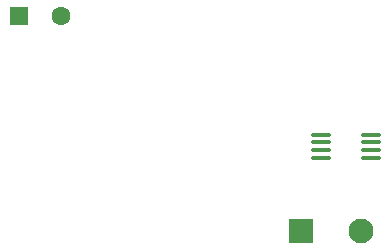
<source format=gbr>
%TF.GenerationSoftware,KiCad,Pcbnew,(6.0.2-0)*%
%TF.CreationDate,2022-03-23T11:12:32-04:00*%
%TF.ProjectId,chip-hardware,63686970-2d68-4617-9264-776172652e6b,v02*%
%TF.SameCoordinates,Original*%
%TF.FileFunction,Soldermask,Bot*%
%TF.FilePolarity,Negative*%
%FSLAX46Y46*%
G04 Gerber Fmt 4.6, Leading zero omitted, Abs format (unit mm)*
G04 Created by KiCad (PCBNEW (6.0.2-0)) date 2022-03-23 11:12:32*
%MOMM*%
%LPD*%
G01*
G04 APERTURE LIST*
G04 Aperture macros list*
%AMRoundRect*
0 Rectangle with rounded corners*
0 $1 Rounding radius*
0 $2 $3 $4 $5 $6 $7 $8 $9 X,Y pos of 4 corners*
0 Add a 4 corners polygon primitive as box body*
4,1,4,$2,$3,$4,$5,$6,$7,$8,$9,$2,$3,0*
0 Add four circle primitives for the rounded corners*
1,1,$1+$1,$2,$3*
1,1,$1+$1,$4,$5*
1,1,$1+$1,$6,$7*
1,1,$1+$1,$8,$9*
0 Add four rect primitives between the rounded corners*
20,1,$1+$1,$2,$3,$4,$5,0*
20,1,$1+$1,$4,$5,$6,$7,0*
20,1,$1+$1,$6,$7,$8,$9,0*
20,1,$1+$1,$8,$9,$2,$3,0*%
G04 Aperture macros list end*
%ADD10R,2.100000X2.100000*%
%ADD11C,2.100000*%
%ADD12RoundRect,0.250000X-0.550000X-0.550000X0.550000X-0.550000X0.550000X0.550000X-0.550000X0.550000X0*%
%ADD13C,1.600000*%
%ADD14RoundRect,0.100000X0.712500X0.100000X-0.712500X0.100000X-0.712500X-0.100000X0.712500X-0.100000X0*%
G04 APERTURE END LIST*
D10*
%TO.C,J2*%
X146807000Y-106677200D03*
D11*
X151887000Y-106677200D03*
%TD*%
D12*
%TO.C,J3*%
X122910600Y-88468200D03*
D13*
X126510600Y-88468200D03*
%TD*%
D14*
%TO.C,U4*%
X152759900Y-98542200D03*
X152759900Y-99192200D03*
X152759900Y-99842200D03*
X152759900Y-100492200D03*
X148534900Y-100492200D03*
X148534900Y-99842200D03*
X148534900Y-99192200D03*
X148534900Y-98542200D03*
%TD*%
M02*

</source>
